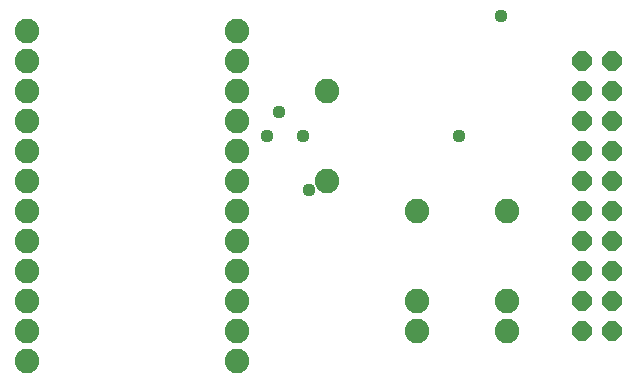
<source format=gbs>
G75*
G70*
%OFA0B0*%
%FSLAX24Y24*%
%IPPOS*%
%LPD*%
%AMOC8*
5,1,8,0,0,1.08239X$1,22.5*
%
%ADD10OC8,0.0640*%
%ADD11C,0.0820*%
%ADD12C,0.0440*%
D10*
X020650Y002650D03*
X021650Y002650D03*
X021650Y003650D03*
X020650Y003650D03*
X020650Y004650D03*
X021650Y004650D03*
X021650Y005650D03*
X020650Y005650D03*
X020650Y006650D03*
X021650Y006650D03*
X021650Y007650D03*
X020650Y007650D03*
X020650Y008650D03*
X021650Y008650D03*
X021650Y009650D03*
X020650Y009650D03*
X020650Y010650D03*
X021650Y010650D03*
X021650Y011650D03*
X020650Y011650D03*
D11*
X002150Y001650D03*
X002150Y002650D03*
X002150Y003650D03*
X002150Y004650D03*
X002150Y005650D03*
X002150Y006650D03*
X002150Y007650D03*
X002150Y008650D03*
X002150Y009650D03*
X002150Y010650D03*
X002150Y011650D03*
X002150Y012650D03*
X009150Y012650D03*
X009150Y011650D03*
X009150Y010650D03*
X009150Y009650D03*
X009150Y008650D03*
X009150Y007650D03*
X009150Y006650D03*
X009150Y005650D03*
X009150Y004650D03*
X009150Y003650D03*
X009150Y002650D03*
X009150Y001650D03*
X015150Y002650D03*
X015150Y003650D03*
X018150Y003650D03*
X018150Y002650D03*
X018150Y006650D03*
X015150Y006650D03*
X012150Y007650D03*
X012150Y010650D03*
D12*
X010550Y009950D03*
X010150Y009150D03*
X011350Y009150D03*
X011550Y007350D03*
X016550Y009150D03*
X017950Y013150D03*
M02*

</source>
